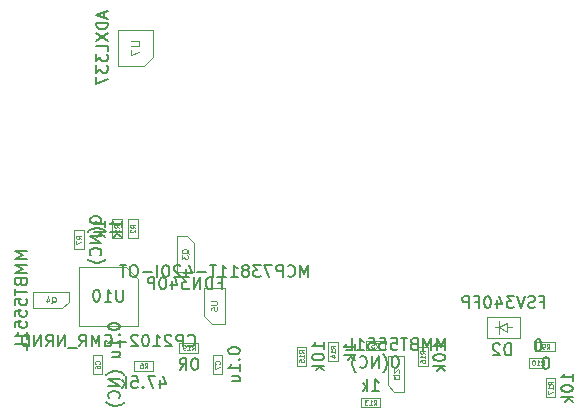
<source format=gbr>
G04 #@! TF.GenerationSoftware,KiCad,Pcbnew,(5.0.1)-3*
G04 #@! TF.CreationDate,2019-11-22T16:36:39-05:00*
G04 #@! TF.ProjectId,SmartWatch,536D61727457617463682E6B69636164,rev?*
G04 #@! TF.SameCoordinates,Original*
G04 #@! TF.FileFunction,Other,Fab,Bot*
%FSLAX46Y46*%
G04 Gerber Fmt 4.6, Leading zero omitted, Abs format (unit mm)*
G04 Created by KiCad (PCBNEW (5.0.1)-3) date 11/22/2019 4:36:39 PM*
%MOMM*%
%LPD*%
G01*
G04 APERTURE LIST*
%ADD10C,0.100000*%
%ADD11C,0.150000*%
%ADD12C,0.060000*%
%ADD13C,0.075000*%
%ADD14C,0.110000*%
G04 APERTURE END LIST*
D10*
G04 #@! TO.C,U10*
X193676400Y-103926000D02*
X189676400Y-103926000D01*
X189676400Y-103926000D02*
X189676400Y-108926000D01*
X189676400Y-108926000D02*
X194676400Y-108926000D01*
X194676400Y-108926000D02*
X194676400Y-104926000D01*
X194676400Y-104926000D02*
X193676400Y-103926000D01*
G04 #@! TO.C,D2*
X225881200Y-109067600D02*
X226381200Y-109067600D01*
X225881200Y-108667600D02*
X225281200Y-109067600D01*
X225881200Y-109467600D02*
X225881200Y-108667600D01*
X225281200Y-109067600D02*
X225881200Y-109467600D01*
X225281200Y-109067600D02*
X225281200Y-108517600D01*
X225281200Y-109067600D02*
X225281200Y-109617600D01*
X224881200Y-109067600D02*
X225281200Y-109067600D01*
X224231200Y-108167600D02*
X224231200Y-109967600D01*
X227031200Y-108167600D02*
X224231200Y-108167600D01*
X227031200Y-109967600D02*
X227031200Y-108167600D01*
X224231200Y-109967600D02*
X227031200Y-109967600D01*
G04 #@! TO.C,R19*
X199783600Y-111194800D02*
X199783600Y-110394800D01*
X199783600Y-110394800D02*
X198183600Y-110394800D01*
X198183600Y-110394800D02*
X198183600Y-111194800D01*
X198183600Y-111194800D02*
X199783600Y-111194800D01*
G04 #@! TO.C,C6*
X191662000Y-113017200D02*
X191662000Y-111417200D01*
X190862000Y-113017200D02*
X191662000Y-113017200D01*
X190862000Y-111417200D02*
X190862000Y-113017200D01*
X191662000Y-111417200D02*
X190862000Y-111417200D01*
G04 #@! TO.C,C7*
X201822000Y-111417200D02*
X201022000Y-111417200D01*
X201022000Y-111417200D02*
X201022000Y-113017200D01*
X201022000Y-113017200D02*
X201822000Y-113017200D01*
X201822000Y-113017200D02*
X201822000Y-111417200D01*
G04 #@! TO.C,Q2*
X215835000Y-113980000D02*
X215835000Y-111530000D01*
X216385000Y-114550000D02*
X217235000Y-114550000D01*
X215835000Y-113980000D02*
X216385000Y-114550000D01*
X217235000Y-114550000D02*
X217235000Y-111510000D01*
X215835000Y-111510000D02*
X217235000Y-111510000D01*
G04 #@! TO.C,Q3*
X199378800Y-104390000D02*
X197978800Y-104390000D01*
X197978800Y-101350000D02*
X197978800Y-104390000D01*
X199378800Y-101920000D02*
X198828800Y-101350000D01*
X198828800Y-101350000D02*
X197978800Y-101350000D01*
X199378800Y-101920000D02*
X199378800Y-104370000D01*
G04 #@! TO.C,Q4*
X188249600Y-107430800D02*
X185799600Y-107430800D01*
X188819600Y-106880800D02*
X188819600Y-106030800D01*
X188249600Y-107430800D02*
X188819600Y-106880800D01*
X188819600Y-106030800D02*
X185779600Y-106030800D01*
X185779600Y-107430800D02*
X185779600Y-106030800D01*
G04 #@! TO.C,U5*
X202068000Y-108788800D02*
X202068000Y-105688800D01*
X202068000Y-105688800D02*
X200268000Y-105688800D01*
X200268000Y-108138800D02*
X200268000Y-105688800D01*
X202068000Y-108788800D02*
X200918000Y-108788800D01*
X200268000Y-108138800D02*
X200918000Y-108788800D01*
G04 #@! TO.C,R1*
X192487600Y-101511100D02*
X193287600Y-101511100D01*
X193287600Y-101511100D02*
X193287600Y-99911100D01*
X193287600Y-99911100D02*
X192487600Y-99911100D01*
X192487600Y-99911100D02*
X192487600Y-101511100D01*
G04 #@! TO.C,R2*
X193859200Y-99911100D02*
X193859200Y-101511100D01*
X194659200Y-99911100D02*
X193859200Y-99911100D01*
X194659200Y-101511100D02*
X194659200Y-99911100D01*
X193859200Y-101511100D02*
X194659200Y-101511100D01*
G04 #@! TO.C,R17*
X230016000Y-113373000D02*
X229216000Y-113373000D01*
X229216000Y-113373000D02*
X229216000Y-114973000D01*
X229216000Y-114973000D02*
X230016000Y-114973000D01*
X230016000Y-114973000D02*
X230016000Y-113373000D01*
G04 #@! TO.C,R16*
X219195600Y-112356800D02*
X219195600Y-110756800D01*
X218395600Y-112356800D02*
X219195600Y-112356800D01*
X218395600Y-110756800D02*
X218395600Y-112356800D01*
X219195600Y-110756800D02*
X218395600Y-110756800D01*
G04 #@! TO.C,R15*
X208934000Y-110706000D02*
X208134000Y-110706000D01*
X208134000Y-110706000D02*
X208134000Y-112306000D01*
X208134000Y-112306000D02*
X208934000Y-112306000D01*
X208934000Y-112306000D02*
X208934000Y-110706000D01*
G04 #@! TO.C,R13*
X215176000Y-115043000D02*
X213576000Y-115043000D01*
X215176000Y-115843000D02*
X215176000Y-115043000D01*
X213576000Y-115843000D02*
X215176000Y-115843000D01*
X213576000Y-115043000D02*
X213576000Y-115843000D01*
G04 #@! TO.C,R10*
X229349200Y-111664800D02*
X227749200Y-111664800D01*
X229349200Y-112464800D02*
X229349200Y-111664800D01*
X227749200Y-112464800D02*
X229349200Y-112464800D01*
X227749200Y-111664800D02*
X227749200Y-112464800D01*
G04 #@! TO.C,R9*
X230009600Y-111093200D02*
X230009600Y-110293200D01*
X230009600Y-110293200D02*
X228409600Y-110293200D01*
X228409600Y-110293200D02*
X228409600Y-111093200D01*
X228409600Y-111093200D02*
X230009600Y-111093200D01*
G04 #@! TO.C,R6*
X195973600Y-112718800D02*
X195973600Y-111918800D01*
X195973600Y-111918800D02*
X194373600Y-111918800D01*
X194373600Y-111918800D02*
X194373600Y-112718800D01*
X194373600Y-112718800D02*
X195973600Y-112718800D01*
G04 #@! TO.C,R5*
X213957000Y-111017000D02*
X215557000Y-111017000D01*
X213957000Y-110217000D02*
X213957000Y-111017000D01*
X215557000Y-110217000D02*
X213957000Y-110217000D01*
X215557000Y-111017000D02*
X215557000Y-110217000D01*
G04 #@! TO.C,R7*
X190087200Y-100850800D02*
X189287200Y-100850800D01*
X189287200Y-100850800D02*
X189287200Y-102450800D01*
X189287200Y-102450800D02*
X190087200Y-102450800D01*
X190087200Y-102450800D02*
X190087200Y-100850800D01*
G04 #@! TO.C,R14*
X211601000Y-110325000D02*
X210801000Y-110325000D01*
X210801000Y-110325000D02*
X210801000Y-111925000D01*
X210801000Y-111925000D02*
X211601000Y-111925000D01*
X211601000Y-111925000D02*
X211601000Y-110325000D01*
G04 #@! TO.C,U7*
X195212400Y-86894800D02*
X195962400Y-86144800D01*
X192962400Y-86894800D02*
X195212400Y-86894800D01*
X192962400Y-83894800D02*
X192962400Y-86894800D01*
X195962400Y-83894800D02*
X192962400Y-83894800D01*
X195962400Y-86144800D02*
X195962400Y-83894800D01*
G04 #@! TD*
G04 #@! TO.C,U10*
D11*
X198890685Y-110583142D02*
X198938304Y-110630761D01*
X199081161Y-110678380D01*
X199176400Y-110678380D01*
X199319257Y-110630761D01*
X199414495Y-110535523D01*
X199462114Y-110440285D01*
X199509733Y-110249809D01*
X199509733Y-110106952D01*
X199462114Y-109916476D01*
X199414495Y-109821238D01*
X199319257Y-109726000D01*
X199176400Y-109678380D01*
X199081161Y-109678380D01*
X198938304Y-109726000D01*
X198890685Y-109773619D01*
X198462114Y-110678380D02*
X198462114Y-109678380D01*
X198081161Y-109678380D01*
X197985923Y-109726000D01*
X197938304Y-109773619D01*
X197890685Y-109868857D01*
X197890685Y-110011714D01*
X197938304Y-110106952D01*
X197985923Y-110154571D01*
X198081161Y-110202190D01*
X198462114Y-110202190D01*
X197509733Y-109773619D02*
X197462114Y-109726000D01*
X197366876Y-109678380D01*
X197128780Y-109678380D01*
X197033542Y-109726000D01*
X196985923Y-109773619D01*
X196938304Y-109868857D01*
X196938304Y-109964095D01*
X196985923Y-110106952D01*
X197557352Y-110678380D01*
X196938304Y-110678380D01*
X195985923Y-110678380D02*
X196557352Y-110678380D01*
X196271638Y-110678380D02*
X196271638Y-109678380D01*
X196366876Y-109821238D01*
X196462114Y-109916476D01*
X196557352Y-109964095D01*
X195366876Y-109678380D02*
X195271638Y-109678380D01*
X195176400Y-109726000D01*
X195128780Y-109773619D01*
X195081161Y-109868857D01*
X195033542Y-110059333D01*
X195033542Y-110297428D01*
X195081161Y-110487904D01*
X195128780Y-110583142D01*
X195176400Y-110630761D01*
X195271638Y-110678380D01*
X195366876Y-110678380D01*
X195462114Y-110630761D01*
X195509733Y-110583142D01*
X195557352Y-110487904D01*
X195604971Y-110297428D01*
X195604971Y-110059333D01*
X195557352Y-109868857D01*
X195509733Y-109773619D01*
X195462114Y-109726000D01*
X195366876Y-109678380D01*
X194652590Y-109773619D02*
X194604971Y-109726000D01*
X194509733Y-109678380D01*
X194271638Y-109678380D01*
X194176400Y-109726000D01*
X194128780Y-109773619D01*
X194081161Y-109868857D01*
X194081161Y-109964095D01*
X194128780Y-110106952D01*
X194700209Y-110678380D01*
X194081161Y-110678380D01*
X193652590Y-110297428D02*
X192890685Y-110297428D01*
X191890685Y-109726000D02*
X191985923Y-109678380D01*
X192128780Y-109678380D01*
X192271638Y-109726000D01*
X192366876Y-109821238D01*
X192414495Y-109916476D01*
X192462114Y-110106952D01*
X192462114Y-110249809D01*
X192414495Y-110440285D01*
X192366876Y-110535523D01*
X192271638Y-110630761D01*
X192128780Y-110678380D01*
X192033542Y-110678380D01*
X191890685Y-110630761D01*
X191843066Y-110583142D01*
X191843066Y-110249809D01*
X192033542Y-110249809D01*
X191414495Y-110678380D02*
X191414495Y-109678380D01*
X191081161Y-110392666D01*
X190747828Y-109678380D01*
X190747828Y-110678380D01*
X189700209Y-110678380D02*
X190033542Y-110202190D01*
X190271638Y-110678380D02*
X190271638Y-109678380D01*
X189890685Y-109678380D01*
X189795447Y-109726000D01*
X189747828Y-109773619D01*
X189700209Y-109868857D01*
X189700209Y-110011714D01*
X189747828Y-110106952D01*
X189795447Y-110154571D01*
X189890685Y-110202190D01*
X190271638Y-110202190D01*
X189509733Y-110773619D02*
X188747828Y-110773619D01*
X188509733Y-110678380D02*
X188509733Y-109678380D01*
X187938304Y-110678380D01*
X187938304Y-109678380D01*
X186890685Y-110678380D02*
X187224019Y-110202190D01*
X187462114Y-110678380D02*
X187462114Y-109678380D01*
X187081161Y-109678380D01*
X186985923Y-109726000D01*
X186938304Y-109773619D01*
X186890685Y-109868857D01*
X186890685Y-110011714D01*
X186938304Y-110106952D01*
X186985923Y-110154571D01*
X187081161Y-110202190D01*
X187462114Y-110202190D01*
X186462114Y-110678380D02*
X186462114Y-109678380D01*
X185890685Y-110678380D01*
X185890685Y-109678380D01*
X185414495Y-110678380D02*
X185414495Y-109678380D01*
X185176400Y-109678380D01*
X185033542Y-109726000D01*
X184938304Y-109821238D01*
X184890685Y-109916476D01*
X184843066Y-110106952D01*
X184843066Y-110249809D01*
X184890685Y-110440285D01*
X184938304Y-110535523D01*
X185033542Y-110630761D01*
X185176400Y-110678380D01*
X185414495Y-110678380D01*
X193414495Y-105878380D02*
X193414495Y-106687904D01*
X193366876Y-106783142D01*
X193319257Y-106830761D01*
X193224019Y-106878380D01*
X193033542Y-106878380D01*
X192938304Y-106830761D01*
X192890685Y-106783142D01*
X192843066Y-106687904D01*
X192843066Y-105878380D01*
X191843066Y-106878380D02*
X192414495Y-106878380D01*
X192128780Y-106878380D02*
X192128780Y-105878380D01*
X192224019Y-106021238D01*
X192319257Y-106116476D01*
X192414495Y-106164095D01*
X191224019Y-105878380D02*
X191128780Y-105878380D01*
X191033542Y-105926000D01*
X190985923Y-105973619D01*
X190938304Y-106068857D01*
X190890685Y-106259333D01*
X190890685Y-106497428D01*
X190938304Y-106687904D01*
X190985923Y-106783142D01*
X191033542Y-106830761D01*
X191128780Y-106878380D01*
X191224019Y-106878380D01*
X191319257Y-106830761D01*
X191366876Y-106783142D01*
X191414495Y-106687904D01*
X191462114Y-106497428D01*
X191462114Y-106259333D01*
X191414495Y-106068857D01*
X191366876Y-105973619D01*
X191319257Y-105926000D01*
X191224019Y-105878380D01*
G04 #@! TO.C,D2*
X228750247Y-106896171D02*
X229083580Y-106896171D01*
X229083580Y-107419980D02*
X229083580Y-106419980D01*
X228607390Y-106419980D01*
X228274057Y-107372361D02*
X228131200Y-107419980D01*
X227893104Y-107419980D01*
X227797866Y-107372361D01*
X227750247Y-107324742D01*
X227702628Y-107229504D01*
X227702628Y-107134266D01*
X227750247Y-107039028D01*
X227797866Y-106991409D01*
X227893104Y-106943790D01*
X228083580Y-106896171D01*
X228178819Y-106848552D01*
X228226438Y-106800933D01*
X228274057Y-106705695D01*
X228274057Y-106610457D01*
X228226438Y-106515219D01*
X228178819Y-106467600D01*
X228083580Y-106419980D01*
X227845485Y-106419980D01*
X227702628Y-106467600D01*
X227416914Y-106419980D02*
X227083580Y-107419980D01*
X226750247Y-106419980D01*
X226512152Y-106419980D02*
X225893104Y-106419980D01*
X226226438Y-106800933D01*
X226083580Y-106800933D01*
X225988342Y-106848552D01*
X225940723Y-106896171D01*
X225893104Y-106991409D01*
X225893104Y-107229504D01*
X225940723Y-107324742D01*
X225988342Y-107372361D01*
X226083580Y-107419980D01*
X226369295Y-107419980D01*
X226464533Y-107372361D01*
X226512152Y-107324742D01*
X225035961Y-106753314D02*
X225035961Y-107419980D01*
X225274057Y-106372361D02*
X225512152Y-107086647D01*
X224893104Y-107086647D01*
X224321676Y-106419980D02*
X224226438Y-106419980D01*
X224131200Y-106467600D01*
X224083580Y-106515219D01*
X224035961Y-106610457D01*
X223988342Y-106800933D01*
X223988342Y-107039028D01*
X224035961Y-107229504D01*
X224083580Y-107324742D01*
X224131200Y-107372361D01*
X224226438Y-107419980D01*
X224321676Y-107419980D01*
X224416914Y-107372361D01*
X224464533Y-107324742D01*
X224512152Y-107229504D01*
X224559771Y-107039028D01*
X224559771Y-106800933D01*
X224512152Y-106610457D01*
X224464533Y-106515219D01*
X224416914Y-106467600D01*
X224321676Y-106419980D01*
X223226438Y-106896171D02*
X223559771Y-106896171D01*
X223559771Y-107419980D02*
X223559771Y-106419980D01*
X223083580Y-106419980D01*
X222702628Y-107419980D02*
X222702628Y-106419980D01*
X222321676Y-106419980D01*
X222226438Y-106467600D01*
X222178819Y-106515219D01*
X222131200Y-106610457D01*
X222131200Y-106753314D01*
X222178819Y-106848552D01*
X222226438Y-106896171D01*
X222321676Y-106943790D01*
X222702628Y-106943790D01*
X226242295Y-111424980D02*
X226242295Y-110424980D01*
X226004200Y-110424980D01*
X225861342Y-110472600D01*
X225766104Y-110567838D01*
X225718485Y-110663076D01*
X225670866Y-110853552D01*
X225670866Y-110996409D01*
X225718485Y-111186885D01*
X225766104Y-111282123D01*
X225861342Y-111377361D01*
X226004200Y-111424980D01*
X226242295Y-111424980D01*
X225289914Y-110520219D02*
X225242295Y-110472600D01*
X225147057Y-110424980D01*
X224908961Y-110424980D01*
X224813723Y-110472600D01*
X224766104Y-110520219D01*
X224718485Y-110615457D01*
X224718485Y-110710695D01*
X224766104Y-110853552D01*
X225337533Y-111424980D01*
X224718485Y-111424980D01*
G04 #@! TO.C,R19*
X199531219Y-111677180D02*
X199435980Y-111677180D01*
X199340742Y-111724800D01*
X199293123Y-111772419D01*
X199245504Y-111867657D01*
X199197885Y-112058133D01*
X199197885Y-112296228D01*
X199245504Y-112486704D01*
X199293123Y-112581942D01*
X199340742Y-112629561D01*
X199435980Y-112677180D01*
X199531219Y-112677180D01*
X199626457Y-112629561D01*
X199674076Y-112581942D01*
X199721695Y-112486704D01*
X199769314Y-112296228D01*
X199769314Y-112058133D01*
X199721695Y-111867657D01*
X199674076Y-111772419D01*
X199626457Y-111724800D01*
X199531219Y-111677180D01*
X198197885Y-112677180D02*
X198531219Y-112200990D01*
X198769314Y-112677180D02*
X198769314Y-111677180D01*
X198388361Y-111677180D01*
X198293123Y-111724800D01*
X198245504Y-111772419D01*
X198197885Y-111867657D01*
X198197885Y-112010514D01*
X198245504Y-112105752D01*
X198293123Y-112153371D01*
X198388361Y-112200990D01*
X198769314Y-112200990D01*
D12*
X199240742Y-110975752D02*
X199374076Y-110785276D01*
X199469314Y-110975752D02*
X199469314Y-110575752D01*
X199316933Y-110575752D01*
X199278838Y-110594800D01*
X199259790Y-110613847D01*
X199240742Y-110651942D01*
X199240742Y-110709085D01*
X199259790Y-110747180D01*
X199278838Y-110766228D01*
X199316933Y-110785276D01*
X199469314Y-110785276D01*
X198859790Y-110975752D02*
X199088361Y-110975752D01*
X198974076Y-110975752D02*
X198974076Y-110575752D01*
X199012171Y-110632895D01*
X199050266Y-110670990D01*
X199088361Y-110690038D01*
X198669314Y-110975752D02*
X198593123Y-110975752D01*
X198555028Y-110956704D01*
X198535980Y-110937657D01*
X198497885Y-110880514D01*
X198478838Y-110804323D01*
X198478838Y-110651942D01*
X198497885Y-110613847D01*
X198516933Y-110594800D01*
X198555028Y-110575752D01*
X198631219Y-110575752D01*
X198669314Y-110594800D01*
X198688361Y-110613847D01*
X198707409Y-110651942D01*
X198707409Y-110747180D01*
X198688361Y-110785276D01*
X198669314Y-110804323D01*
X198631219Y-110823371D01*
X198555028Y-110823371D01*
X198516933Y-110804323D01*
X198497885Y-110785276D01*
X198478838Y-110747180D01*
G04 #@! TO.C,C6*
D11*
X192144380Y-108931485D02*
X192144380Y-109026723D01*
X192192000Y-109121961D01*
X192239619Y-109169580D01*
X192334857Y-109217200D01*
X192525333Y-109264819D01*
X192763428Y-109264819D01*
X192953904Y-109217200D01*
X193049142Y-109169580D01*
X193096761Y-109121961D01*
X193144380Y-109026723D01*
X193144380Y-108931485D01*
X193096761Y-108836247D01*
X193049142Y-108788628D01*
X192953904Y-108741009D01*
X192763428Y-108693390D01*
X192525333Y-108693390D01*
X192334857Y-108741009D01*
X192239619Y-108788628D01*
X192192000Y-108836247D01*
X192144380Y-108931485D01*
X193049142Y-109693390D02*
X193096761Y-109741009D01*
X193144380Y-109693390D01*
X193096761Y-109645771D01*
X193049142Y-109693390D01*
X193144380Y-109693390D01*
X193144380Y-110693390D02*
X193144380Y-110121961D01*
X193144380Y-110407676D02*
X192144380Y-110407676D01*
X192287238Y-110312438D01*
X192382476Y-110217200D01*
X192430095Y-110121961D01*
X192477714Y-111550533D02*
X193144380Y-111550533D01*
X192477714Y-111121961D02*
X193001523Y-111121961D01*
X193096761Y-111169580D01*
X193144380Y-111264819D01*
X193144380Y-111407676D01*
X193096761Y-111502914D01*
X193049142Y-111550533D01*
X193525333Y-113074342D02*
X193477714Y-113026723D01*
X193334857Y-112931485D01*
X193239619Y-112883866D01*
X193096761Y-112836247D01*
X192858666Y-112788628D01*
X192668190Y-112788628D01*
X192430095Y-112836247D01*
X192287238Y-112883866D01*
X192192000Y-112931485D01*
X192049142Y-113026723D01*
X192001523Y-113074342D01*
X193144380Y-113455295D02*
X192144380Y-113455295D01*
X193144380Y-114026723D01*
X192144380Y-114026723D01*
X193049142Y-115074342D02*
X193096761Y-115026723D01*
X193144380Y-114883866D01*
X193144380Y-114788628D01*
X193096761Y-114645771D01*
X193001523Y-114550533D01*
X192906285Y-114502914D01*
X192715809Y-114455295D01*
X192572952Y-114455295D01*
X192382476Y-114502914D01*
X192287238Y-114550533D01*
X192192000Y-114645771D01*
X192144380Y-114788628D01*
X192144380Y-114883866D01*
X192192000Y-115026723D01*
X192239619Y-115074342D01*
X193525333Y-115407676D02*
X193477714Y-115455295D01*
X193334857Y-115550533D01*
X193239619Y-115598152D01*
X193096761Y-115645771D01*
X192858666Y-115693390D01*
X192668190Y-115693390D01*
X192430095Y-115645771D01*
X192287238Y-115598152D01*
X192192000Y-115550533D01*
X192049142Y-115455295D01*
X192001523Y-115407676D01*
D12*
X191404857Y-112150533D02*
X191423904Y-112131485D01*
X191442952Y-112074342D01*
X191442952Y-112036247D01*
X191423904Y-111979104D01*
X191385809Y-111941009D01*
X191347714Y-111921961D01*
X191271523Y-111902914D01*
X191214380Y-111902914D01*
X191138190Y-111921961D01*
X191100095Y-111941009D01*
X191062000Y-111979104D01*
X191042952Y-112036247D01*
X191042952Y-112074342D01*
X191062000Y-112131485D01*
X191081047Y-112150533D01*
X191042952Y-112493390D02*
X191042952Y-112417200D01*
X191062000Y-112379104D01*
X191081047Y-112360057D01*
X191138190Y-112321961D01*
X191214380Y-112302914D01*
X191366761Y-112302914D01*
X191404857Y-112321961D01*
X191423904Y-112341009D01*
X191442952Y-112379104D01*
X191442952Y-112455295D01*
X191423904Y-112493390D01*
X191404857Y-112512438D01*
X191366761Y-112531485D01*
X191271523Y-112531485D01*
X191233428Y-112512438D01*
X191214380Y-112493390D01*
X191195333Y-112455295D01*
X191195333Y-112379104D01*
X191214380Y-112341009D01*
X191233428Y-112321961D01*
X191271523Y-112302914D01*
G04 #@! TO.C,C7*
D11*
X202304380Y-111002914D02*
X202304380Y-111098152D01*
X202352000Y-111193390D01*
X202399619Y-111241009D01*
X202494857Y-111288628D01*
X202685333Y-111336247D01*
X202923428Y-111336247D01*
X203113904Y-111288628D01*
X203209142Y-111241009D01*
X203256761Y-111193390D01*
X203304380Y-111098152D01*
X203304380Y-111002914D01*
X203256761Y-110907676D01*
X203209142Y-110860057D01*
X203113904Y-110812438D01*
X202923428Y-110764819D01*
X202685333Y-110764819D01*
X202494857Y-110812438D01*
X202399619Y-110860057D01*
X202352000Y-110907676D01*
X202304380Y-111002914D01*
X203209142Y-111764819D02*
X203256761Y-111812438D01*
X203304380Y-111764819D01*
X203256761Y-111717200D01*
X203209142Y-111764819D01*
X203304380Y-111764819D01*
X203304380Y-112764819D02*
X203304380Y-112193390D01*
X203304380Y-112479104D02*
X202304380Y-112479104D01*
X202447238Y-112383866D01*
X202542476Y-112288628D01*
X202590095Y-112193390D01*
X202637714Y-113621961D02*
X203304380Y-113621961D01*
X202637714Y-113193390D02*
X203161523Y-113193390D01*
X203256761Y-113241009D01*
X203304380Y-113336247D01*
X203304380Y-113479104D01*
X203256761Y-113574342D01*
X203209142Y-113621961D01*
D12*
X201564857Y-112150533D02*
X201583904Y-112131485D01*
X201602952Y-112074342D01*
X201602952Y-112036247D01*
X201583904Y-111979104D01*
X201545809Y-111941009D01*
X201507714Y-111921961D01*
X201431523Y-111902914D01*
X201374380Y-111902914D01*
X201298190Y-111921961D01*
X201260095Y-111941009D01*
X201222000Y-111979104D01*
X201202952Y-112036247D01*
X201202952Y-112074342D01*
X201222000Y-112131485D01*
X201241047Y-112150533D01*
X201202952Y-112283866D02*
X201202952Y-112550533D01*
X201602952Y-112379104D01*
G04 #@! TO.C,Q2*
D11*
X220630238Y-110982380D02*
X220630238Y-109982380D01*
X220296904Y-110696666D01*
X219963571Y-109982380D01*
X219963571Y-110982380D01*
X219487380Y-110982380D02*
X219487380Y-109982380D01*
X219154047Y-110696666D01*
X218820714Y-109982380D01*
X218820714Y-110982380D01*
X218011190Y-110458571D02*
X217868333Y-110506190D01*
X217820714Y-110553809D01*
X217773095Y-110649047D01*
X217773095Y-110791904D01*
X217820714Y-110887142D01*
X217868333Y-110934761D01*
X217963571Y-110982380D01*
X218344523Y-110982380D01*
X218344523Y-109982380D01*
X218011190Y-109982380D01*
X217915952Y-110030000D01*
X217868333Y-110077619D01*
X217820714Y-110172857D01*
X217820714Y-110268095D01*
X217868333Y-110363333D01*
X217915952Y-110410952D01*
X218011190Y-110458571D01*
X218344523Y-110458571D01*
X217487380Y-109982380D02*
X216915952Y-109982380D01*
X217201666Y-110982380D02*
X217201666Y-109982380D01*
X216106428Y-109982380D02*
X216582619Y-109982380D01*
X216630238Y-110458571D01*
X216582619Y-110410952D01*
X216487380Y-110363333D01*
X216249285Y-110363333D01*
X216154047Y-110410952D01*
X216106428Y-110458571D01*
X216058809Y-110553809D01*
X216058809Y-110791904D01*
X216106428Y-110887142D01*
X216154047Y-110934761D01*
X216249285Y-110982380D01*
X216487380Y-110982380D01*
X216582619Y-110934761D01*
X216630238Y-110887142D01*
X215154047Y-109982380D02*
X215630238Y-109982380D01*
X215677857Y-110458571D01*
X215630238Y-110410952D01*
X215535000Y-110363333D01*
X215296904Y-110363333D01*
X215201666Y-110410952D01*
X215154047Y-110458571D01*
X215106428Y-110553809D01*
X215106428Y-110791904D01*
X215154047Y-110887142D01*
X215201666Y-110934761D01*
X215296904Y-110982380D01*
X215535000Y-110982380D01*
X215630238Y-110934761D01*
X215677857Y-110887142D01*
X214201666Y-109982380D02*
X214677857Y-109982380D01*
X214725476Y-110458571D01*
X214677857Y-110410952D01*
X214582619Y-110363333D01*
X214344523Y-110363333D01*
X214249285Y-110410952D01*
X214201666Y-110458571D01*
X214154047Y-110553809D01*
X214154047Y-110791904D01*
X214201666Y-110887142D01*
X214249285Y-110934761D01*
X214344523Y-110982380D01*
X214582619Y-110982380D01*
X214677857Y-110934761D01*
X214725476Y-110887142D01*
X213201666Y-110982380D02*
X213773095Y-110982380D01*
X213487380Y-110982380D02*
X213487380Y-109982380D01*
X213582619Y-110125238D01*
X213677857Y-110220476D01*
X213773095Y-110268095D01*
X212296904Y-110982380D02*
X212773095Y-110982380D01*
X212773095Y-109982380D01*
D13*
X216261190Y-113077619D02*
X216285000Y-113125238D01*
X216332619Y-113172857D01*
X216404047Y-113244285D01*
X216427857Y-113291904D01*
X216427857Y-113339523D01*
X216308809Y-113315714D02*
X216332619Y-113363333D01*
X216380238Y-113410952D01*
X216475476Y-113434761D01*
X216642142Y-113434761D01*
X216737380Y-113410952D01*
X216785000Y-113363333D01*
X216808809Y-113315714D01*
X216808809Y-113220476D01*
X216785000Y-113172857D01*
X216737380Y-113125238D01*
X216642142Y-113101428D01*
X216475476Y-113101428D01*
X216380238Y-113125238D01*
X216332619Y-113172857D01*
X216308809Y-113220476D01*
X216308809Y-113315714D01*
X216761190Y-112910952D02*
X216785000Y-112887142D01*
X216808809Y-112839523D01*
X216808809Y-112720476D01*
X216785000Y-112672857D01*
X216761190Y-112649047D01*
X216713571Y-112625238D01*
X216665952Y-112625238D01*
X216594523Y-112649047D01*
X216308809Y-112934761D01*
X216308809Y-112625238D01*
G04 #@! TO.C,Q3*
D11*
X201488323Y-105298571D02*
X201821657Y-105298571D01*
X201821657Y-105822380D02*
X201821657Y-104822380D01*
X201345466Y-104822380D01*
X200964514Y-105822380D02*
X200964514Y-104822380D01*
X200726419Y-104822380D01*
X200583561Y-104870000D01*
X200488323Y-104965238D01*
X200440704Y-105060476D01*
X200393085Y-105250952D01*
X200393085Y-105393809D01*
X200440704Y-105584285D01*
X200488323Y-105679523D01*
X200583561Y-105774761D01*
X200726419Y-105822380D01*
X200964514Y-105822380D01*
X199964514Y-105822380D02*
X199964514Y-104822380D01*
X199393085Y-105822380D01*
X199393085Y-104822380D01*
X199012133Y-104822380D02*
X198393085Y-104822380D01*
X198726419Y-105203333D01*
X198583561Y-105203333D01*
X198488323Y-105250952D01*
X198440704Y-105298571D01*
X198393085Y-105393809D01*
X198393085Y-105631904D01*
X198440704Y-105727142D01*
X198488323Y-105774761D01*
X198583561Y-105822380D01*
X198869276Y-105822380D01*
X198964514Y-105774761D01*
X199012133Y-105727142D01*
X197535942Y-105155714D02*
X197535942Y-105822380D01*
X197774038Y-104774761D02*
X198012133Y-105489047D01*
X197393085Y-105489047D01*
X196821657Y-104822380D02*
X196726419Y-104822380D01*
X196631180Y-104870000D01*
X196583561Y-104917619D01*
X196535942Y-105012857D01*
X196488323Y-105203333D01*
X196488323Y-105441428D01*
X196535942Y-105631904D01*
X196583561Y-105727142D01*
X196631180Y-105774761D01*
X196726419Y-105822380D01*
X196821657Y-105822380D01*
X196916895Y-105774761D01*
X196964514Y-105727142D01*
X197012133Y-105631904D01*
X197059752Y-105441428D01*
X197059752Y-105203333D01*
X197012133Y-105012857D01*
X196964514Y-104917619D01*
X196916895Y-104870000D01*
X196821657Y-104822380D01*
X196059752Y-105822380D02*
X196059752Y-104822380D01*
X195678800Y-104822380D01*
X195583561Y-104870000D01*
X195535942Y-104917619D01*
X195488323Y-105012857D01*
X195488323Y-105155714D01*
X195535942Y-105250952D01*
X195583561Y-105298571D01*
X195678800Y-105346190D01*
X196059752Y-105346190D01*
D13*
X198952609Y-102822380D02*
X198928800Y-102774761D01*
X198881180Y-102727142D01*
X198809752Y-102655714D01*
X198785942Y-102608095D01*
X198785942Y-102560476D01*
X198904990Y-102584285D02*
X198881180Y-102536666D01*
X198833561Y-102489047D01*
X198738323Y-102465238D01*
X198571657Y-102465238D01*
X198476419Y-102489047D01*
X198428800Y-102536666D01*
X198404990Y-102584285D01*
X198404990Y-102679523D01*
X198428800Y-102727142D01*
X198476419Y-102774761D01*
X198571657Y-102798571D01*
X198738323Y-102798571D01*
X198833561Y-102774761D01*
X198881180Y-102727142D01*
X198904990Y-102679523D01*
X198904990Y-102584285D01*
X198404990Y-102965238D02*
X198404990Y-103274761D01*
X198595466Y-103108095D01*
X198595466Y-103179523D01*
X198619276Y-103227142D01*
X198643085Y-103250952D01*
X198690704Y-103274761D01*
X198809752Y-103274761D01*
X198857371Y-103250952D01*
X198881180Y-103227142D01*
X198904990Y-103179523D01*
X198904990Y-103036666D01*
X198881180Y-102989047D01*
X198857371Y-102965238D01*
G04 #@! TO.C,Q4*
D11*
X185251980Y-102635561D02*
X184251980Y-102635561D01*
X184966266Y-102968895D01*
X184251980Y-103302228D01*
X185251980Y-103302228D01*
X185251980Y-103778419D02*
X184251980Y-103778419D01*
X184966266Y-104111752D01*
X184251980Y-104445085D01*
X185251980Y-104445085D01*
X184728171Y-105254609D02*
X184775790Y-105397466D01*
X184823409Y-105445085D01*
X184918647Y-105492704D01*
X185061504Y-105492704D01*
X185156742Y-105445085D01*
X185204361Y-105397466D01*
X185251980Y-105302228D01*
X185251980Y-104921276D01*
X184251980Y-104921276D01*
X184251980Y-105254609D01*
X184299600Y-105349847D01*
X184347219Y-105397466D01*
X184442457Y-105445085D01*
X184537695Y-105445085D01*
X184632933Y-105397466D01*
X184680552Y-105349847D01*
X184728171Y-105254609D01*
X184728171Y-104921276D01*
X184251980Y-105778419D02*
X184251980Y-106349847D01*
X185251980Y-106064133D02*
X184251980Y-106064133D01*
X184251980Y-107159371D02*
X184251980Y-106683180D01*
X184728171Y-106635561D01*
X184680552Y-106683180D01*
X184632933Y-106778419D01*
X184632933Y-107016514D01*
X184680552Y-107111752D01*
X184728171Y-107159371D01*
X184823409Y-107206990D01*
X185061504Y-107206990D01*
X185156742Y-107159371D01*
X185204361Y-107111752D01*
X185251980Y-107016514D01*
X185251980Y-106778419D01*
X185204361Y-106683180D01*
X185156742Y-106635561D01*
X184251980Y-108111752D02*
X184251980Y-107635561D01*
X184728171Y-107587942D01*
X184680552Y-107635561D01*
X184632933Y-107730800D01*
X184632933Y-107968895D01*
X184680552Y-108064133D01*
X184728171Y-108111752D01*
X184823409Y-108159371D01*
X185061504Y-108159371D01*
X185156742Y-108111752D01*
X185204361Y-108064133D01*
X185251980Y-107968895D01*
X185251980Y-107730800D01*
X185204361Y-107635561D01*
X185156742Y-107587942D01*
X184251980Y-109064133D02*
X184251980Y-108587942D01*
X184728171Y-108540323D01*
X184680552Y-108587942D01*
X184632933Y-108683180D01*
X184632933Y-108921276D01*
X184680552Y-109016514D01*
X184728171Y-109064133D01*
X184823409Y-109111752D01*
X185061504Y-109111752D01*
X185156742Y-109064133D01*
X185204361Y-109016514D01*
X185251980Y-108921276D01*
X185251980Y-108683180D01*
X185204361Y-108587942D01*
X185156742Y-108540323D01*
X185251980Y-110064133D02*
X185251980Y-109492704D01*
X185251980Y-109778419D02*
X184251980Y-109778419D01*
X184394838Y-109683180D01*
X184490076Y-109587942D01*
X184537695Y-109492704D01*
X185251980Y-110968895D02*
X185251980Y-110492704D01*
X184251980Y-110492704D01*
D13*
X187347219Y-107004609D02*
X187394838Y-106980800D01*
X187442457Y-106933180D01*
X187513885Y-106861752D01*
X187561504Y-106837942D01*
X187609123Y-106837942D01*
X187585314Y-106956990D02*
X187632933Y-106933180D01*
X187680552Y-106885561D01*
X187704361Y-106790323D01*
X187704361Y-106623657D01*
X187680552Y-106528419D01*
X187632933Y-106480800D01*
X187585314Y-106456990D01*
X187490076Y-106456990D01*
X187442457Y-106480800D01*
X187394838Y-106528419D01*
X187371028Y-106623657D01*
X187371028Y-106790323D01*
X187394838Y-106885561D01*
X187442457Y-106933180D01*
X187490076Y-106956990D01*
X187585314Y-106956990D01*
X186942457Y-106623657D02*
X186942457Y-106956990D01*
X187061504Y-106433180D02*
X187180552Y-106790323D01*
X186871028Y-106790323D01*
G04 #@! TO.C,U5*
D11*
X209072761Y-104791180D02*
X209072761Y-103791180D01*
X208739428Y-104505466D01*
X208406095Y-103791180D01*
X208406095Y-104791180D01*
X207358476Y-104695942D02*
X207406095Y-104743561D01*
X207548952Y-104791180D01*
X207644190Y-104791180D01*
X207787047Y-104743561D01*
X207882285Y-104648323D01*
X207929904Y-104553085D01*
X207977523Y-104362609D01*
X207977523Y-104219752D01*
X207929904Y-104029276D01*
X207882285Y-103934038D01*
X207787047Y-103838800D01*
X207644190Y-103791180D01*
X207548952Y-103791180D01*
X207406095Y-103838800D01*
X207358476Y-103886419D01*
X206929904Y-104791180D02*
X206929904Y-103791180D01*
X206548952Y-103791180D01*
X206453714Y-103838800D01*
X206406095Y-103886419D01*
X206358476Y-103981657D01*
X206358476Y-104124514D01*
X206406095Y-104219752D01*
X206453714Y-104267371D01*
X206548952Y-104314990D01*
X206929904Y-104314990D01*
X206025142Y-103791180D02*
X205358476Y-103791180D01*
X205787047Y-104791180D01*
X205072761Y-103791180D02*
X204453714Y-103791180D01*
X204787047Y-104172133D01*
X204644190Y-104172133D01*
X204548952Y-104219752D01*
X204501333Y-104267371D01*
X204453714Y-104362609D01*
X204453714Y-104600704D01*
X204501333Y-104695942D01*
X204548952Y-104743561D01*
X204644190Y-104791180D01*
X204929904Y-104791180D01*
X205025142Y-104743561D01*
X205072761Y-104695942D01*
X203882285Y-104219752D02*
X203977523Y-104172133D01*
X204025142Y-104124514D01*
X204072761Y-104029276D01*
X204072761Y-103981657D01*
X204025142Y-103886419D01*
X203977523Y-103838800D01*
X203882285Y-103791180D01*
X203691809Y-103791180D01*
X203596571Y-103838800D01*
X203548952Y-103886419D01*
X203501333Y-103981657D01*
X203501333Y-104029276D01*
X203548952Y-104124514D01*
X203596571Y-104172133D01*
X203691809Y-104219752D01*
X203882285Y-104219752D01*
X203977523Y-104267371D01*
X204025142Y-104314990D01*
X204072761Y-104410228D01*
X204072761Y-104600704D01*
X204025142Y-104695942D01*
X203977523Y-104743561D01*
X203882285Y-104791180D01*
X203691809Y-104791180D01*
X203596571Y-104743561D01*
X203548952Y-104695942D01*
X203501333Y-104600704D01*
X203501333Y-104410228D01*
X203548952Y-104314990D01*
X203596571Y-104267371D01*
X203691809Y-104219752D01*
X202548952Y-104791180D02*
X203120380Y-104791180D01*
X202834666Y-104791180D02*
X202834666Y-103791180D01*
X202929904Y-103934038D01*
X203025142Y-104029276D01*
X203120380Y-104076895D01*
X201596571Y-104791180D02*
X202168000Y-104791180D01*
X201882285Y-104791180D02*
X201882285Y-103791180D01*
X201977523Y-103934038D01*
X202072761Y-104029276D01*
X202168000Y-104076895D01*
X201310857Y-103791180D02*
X200739428Y-103791180D01*
X201025142Y-104791180D02*
X201025142Y-103791180D01*
X200406095Y-104410228D02*
X199644190Y-104410228D01*
X198739428Y-104124514D02*
X198739428Y-104791180D01*
X198977523Y-103743561D02*
X199215619Y-104457847D01*
X198596571Y-104457847D01*
X198263238Y-103886419D02*
X198215619Y-103838800D01*
X198120380Y-103791180D01*
X197882285Y-103791180D01*
X197787047Y-103838800D01*
X197739428Y-103886419D01*
X197691809Y-103981657D01*
X197691809Y-104076895D01*
X197739428Y-104219752D01*
X198310857Y-104791180D01*
X197691809Y-104791180D01*
X197072761Y-103791180D02*
X196977523Y-103791180D01*
X196882285Y-103838800D01*
X196834666Y-103886419D01*
X196787047Y-103981657D01*
X196739428Y-104172133D01*
X196739428Y-104410228D01*
X196787047Y-104600704D01*
X196834666Y-104695942D01*
X196882285Y-104743561D01*
X196977523Y-104791180D01*
X197072761Y-104791180D01*
X197168000Y-104743561D01*
X197215619Y-104695942D01*
X197263238Y-104600704D01*
X197310857Y-104410228D01*
X197310857Y-104172133D01*
X197263238Y-103981657D01*
X197215619Y-103886419D01*
X197168000Y-103838800D01*
X197072761Y-103791180D01*
X196310857Y-104791180D02*
X196310857Y-103791180D01*
X195834666Y-104410228D02*
X195072761Y-104410228D01*
X194406095Y-103791180D02*
X194215619Y-103791180D01*
X194120380Y-103838800D01*
X194025142Y-103934038D01*
X193977523Y-104124514D01*
X193977523Y-104457847D01*
X194025142Y-104648323D01*
X194120380Y-104743561D01*
X194215619Y-104791180D01*
X194406095Y-104791180D01*
X194501333Y-104743561D01*
X194596571Y-104648323D01*
X194644190Y-104457847D01*
X194644190Y-104124514D01*
X194596571Y-103934038D01*
X194501333Y-103838800D01*
X194406095Y-103791180D01*
X193691809Y-103791180D02*
X193120380Y-103791180D01*
X193406095Y-104791180D02*
X193406095Y-103791180D01*
D13*
X200894190Y-106857847D02*
X201298952Y-106857847D01*
X201346571Y-106881657D01*
X201370380Y-106905466D01*
X201394190Y-106953085D01*
X201394190Y-107048323D01*
X201370380Y-107095942D01*
X201346571Y-107119752D01*
X201298952Y-107143561D01*
X200894190Y-107143561D01*
X200894190Y-107619752D02*
X200894190Y-107381657D01*
X201132285Y-107357847D01*
X201108476Y-107381657D01*
X201084666Y-107429276D01*
X201084666Y-107548323D01*
X201108476Y-107595942D01*
X201132285Y-107619752D01*
X201179904Y-107643561D01*
X201298952Y-107643561D01*
X201346571Y-107619752D01*
X201370380Y-107595942D01*
X201394190Y-107548323D01*
X201394190Y-107429276D01*
X201370380Y-107381657D01*
X201346571Y-107357847D01*
G04 #@! TO.C,R1*
D11*
X191909980Y-100592052D02*
X191909980Y-100020623D01*
X191909980Y-100306338D02*
X190909980Y-100306338D01*
X191052838Y-100211100D01*
X191148076Y-100115861D01*
X191195695Y-100020623D01*
X191909980Y-101020623D02*
X190909980Y-101020623D01*
X191529028Y-101115861D02*
X191909980Y-101401576D01*
X191243314Y-101401576D02*
X191624266Y-101020623D01*
D12*
X193068552Y-100644433D02*
X192878076Y-100511100D01*
X193068552Y-100415861D02*
X192668552Y-100415861D01*
X192668552Y-100568242D01*
X192687600Y-100606338D01*
X192706647Y-100625385D01*
X192744742Y-100644433D01*
X192801885Y-100644433D01*
X192839980Y-100625385D01*
X192859028Y-100606338D01*
X192878076Y-100568242D01*
X192878076Y-100415861D01*
X193068552Y-101025385D02*
X193068552Y-100796814D01*
X193068552Y-100911100D02*
X192668552Y-100911100D01*
X192725695Y-100873004D01*
X192763790Y-100834909D01*
X192782838Y-100796814D01*
G04 #@! TO.C,R2*
D11*
X193281580Y-100592052D02*
X193281580Y-100020623D01*
X193281580Y-100306338D02*
X192281580Y-100306338D01*
X192424438Y-100211100D01*
X192519676Y-100115861D01*
X192567295Y-100020623D01*
X193281580Y-101020623D02*
X192281580Y-101020623D01*
X192900628Y-101115861D02*
X193281580Y-101401576D01*
X192614914Y-101401576D02*
X192995866Y-101020623D01*
D12*
X194440152Y-100644433D02*
X194249676Y-100511100D01*
X194440152Y-100415861D02*
X194040152Y-100415861D01*
X194040152Y-100568242D01*
X194059200Y-100606338D01*
X194078247Y-100625385D01*
X194116342Y-100644433D01*
X194173485Y-100644433D01*
X194211580Y-100625385D01*
X194230628Y-100606338D01*
X194249676Y-100568242D01*
X194249676Y-100415861D01*
X194078247Y-100796814D02*
X194059200Y-100815861D01*
X194040152Y-100853957D01*
X194040152Y-100949195D01*
X194059200Y-100987290D01*
X194078247Y-101006338D01*
X194116342Y-101025385D01*
X194154438Y-101025385D01*
X194211580Y-101006338D01*
X194440152Y-100777766D01*
X194440152Y-101025385D01*
G04 #@! TO.C,R17*
D11*
X231498380Y-113577761D02*
X231498380Y-113006333D01*
X231498380Y-113292047D02*
X230498380Y-113292047D01*
X230641238Y-113196809D01*
X230736476Y-113101571D01*
X230784095Y-113006333D01*
X230498380Y-114196809D02*
X230498380Y-114292047D01*
X230546000Y-114387285D01*
X230593619Y-114434904D01*
X230688857Y-114482523D01*
X230879333Y-114530142D01*
X231117428Y-114530142D01*
X231307904Y-114482523D01*
X231403142Y-114434904D01*
X231450761Y-114387285D01*
X231498380Y-114292047D01*
X231498380Y-114196809D01*
X231450761Y-114101571D01*
X231403142Y-114053952D01*
X231307904Y-114006333D01*
X231117428Y-113958714D01*
X230879333Y-113958714D01*
X230688857Y-114006333D01*
X230593619Y-114053952D01*
X230546000Y-114101571D01*
X230498380Y-114196809D01*
X231498380Y-114958714D02*
X230498380Y-114958714D01*
X231117428Y-115053952D02*
X231498380Y-115339666D01*
X230831714Y-115339666D02*
X231212666Y-114958714D01*
D12*
X229796952Y-113915857D02*
X229606476Y-113782523D01*
X229796952Y-113687285D02*
X229396952Y-113687285D01*
X229396952Y-113839666D01*
X229416000Y-113877761D01*
X229435047Y-113896809D01*
X229473142Y-113915857D01*
X229530285Y-113915857D01*
X229568380Y-113896809D01*
X229587428Y-113877761D01*
X229606476Y-113839666D01*
X229606476Y-113687285D01*
X229796952Y-114296809D02*
X229796952Y-114068238D01*
X229796952Y-114182523D02*
X229396952Y-114182523D01*
X229454095Y-114144428D01*
X229492190Y-114106333D01*
X229511238Y-114068238D01*
X229396952Y-114430142D02*
X229396952Y-114696809D01*
X229796952Y-114525380D01*
G04 #@! TO.C,R16*
D11*
X220677980Y-110961561D02*
X220677980Y-110390133D01*
X220677980Y-110675847D02*
X219677980Y-110675847D01*
X219820838Y-110580609D01*
X219916076Y-110485371D01*
X219963695Y-110390133D01*
X219677980Y-111580609D02*
X219677980Y-111675847D01*
X219725600Y-111771085D01*
X219773219Y-111818704D01*
X219868457Y-111866323D01*
X220058933Y-111913942D01*
X220297028Y-111913942D01*
X220487504Y-111866323D01*
X220582742Y-111818704D01*
X220630361Y-111771085D01*
X220677980Y-111675847D01*
X220677980Y-111580609D01*
X220630361Y-111485371D01*
X220582742Y-111437752D01*
X220487504Y-111390133D01*
X220297028Y-111342514D01*
X220058933Y-111342514D01*
X219868457Y-111390133D01*
X219773219Y-111437752D01*
X219725600Y-111485371D01*
X219677980Y-111580609D01*
X220677980Y-112342514D02*
X219677980Y-112342514D01*
X220297028Y-112437752D02*
X220677980Y-112723466D01*
X220011314Y-112723466D02*
X220392266Y-112342514D01*
D12*
X218976552Y-111299657D02*
X218786076Y-111166323D01*
X218976552Y-111071085D02*
X218576552Y-111071085D01*
X218576552Y-111223466D01*
X218595600Y-111261561D01*
X218614647Y-111280609D01*
X218652742Y-111299657D01*
X218709885Y-111299657D01*
X218747980Y-111280609D01*
X218767028Y-111261561D01*
X218786076Y-111223466D01*
X218786076Y-111071085D01*
X218976552Y-111680609D02*
X218976552Y-111452038D01*
X218976552Y-111566323D02*
X218576552Y-111566323D01*
X218633695Y-111528228D01*
X218671790Y-111490133D01*
X218690838Y-111452038D01*
X218576552Y-112023466D02*
X218576552Y-111947276D01*
X218595600Y-111909180D01*
X218614647Y-111890133D01*
X218671790Y-111852038D01*
X218747980Y-111832990D01*
X218900361Y-111832990D01*
X218938457Y-111852038D01*
X218957504Y-111871085D01*
X218976552Y-111909180D01*
X218976552Y-111985371D01*
X218957504Y-112023466D01*
X218938457Y-112042514D01*
X218900361Y-112061561D01*
X218805123Y-112061561D01*
X218767028Y-112042514D01*
X218747980Y-112023466D01*
X218728933Y-111985371D01*
X218728933Y-111909180D01*
X218747980Y-111871085D01*
X218767028Y-111852038D01*
X218805123Y-111832990D01*
G04 #@! TO.C,R15*
D11*
X210416380Y-110910761D02*
X210416380Y-110339333D01*
X210416380Y-110625047D02*
X209416380Y-110625047D01*
X209559238Y-110529809D01*
X209654476Y-110434571D01*
X209702095Y-110339333D01*
X209416380Y-111529809D02*
X209416380Y-111625047D01*
X209464000Y-111720285D01*
X209511619Y-111767904D01*
X209606857Y-111815523D01*
X209797333Y-111863142D01*
X210035428Y-111863142D01*
X210225904Y-111815523D01*
X210321142Y-111767904D01*
X210368761Y-111720285D01*
X210416380Y-111625047D01*
X210416380Y-111529809D01*
X210368761Y-111434571D01*
X210321142Y-111386952D01*
X210225904Y-111339333D01*
X210035428Y-111291714D01*
X209797333Y-111291714D01*
X209606857Y-111339333D01*
X209511619Y-111386952D01*
X209464000Y-111434571D01*
X209416380Y-111529809D01*
X210416380Y-112291714D02*
X209416380Y-112291714D01*
X210035428Y-112386952D02*
X210416380Y-112672666D01*
X209749714Y-112672666D02*
X210130666Y-112291714D01*
D12*
X208714952Y-111248857D02*
X208524476Y-111115523D01*
X208714952Y-111020285D02*
X208314952Y-111020285D01*
X208314952Y-111172666D01*
X208334000Y-111210761D01*
X208353047Y-111229809D01*
X208391142Y-111248857D01*
X208448285Y-111248857D01*
X208486380Y-111229809D01*
X208505428Y-111210761D01*
X208524476Y-111172666D01*
X208524476Y-111020285D01*
X208714952Y-111629809D02*
X208714952Y-111401238D01*
X208714952Y-111515523D02*
X208314952Y-111515523D01*
X208372095Y-111477428D01*
X208410190Y-111439333D01*
X208429238Y-111401238D01*
X208314952Y-111991714D02*
X208314952Y-111801238D01*
X208505428Y-111782190D01*
X208486380Y-111801238D01*
X208467333Y-111839333D01*
X208467333Y-111934571D01*
X208486380Y-111972666D01*
X208505428Y-111991714D01*
X208543523Y-112010761D01*
X208638761Y-112010761D01*
X208676857Y-111991714D01*
X208695904Y-111972666D01*
X208714952Y-111934571D01*
X208714952Y-111839333D01*
X208695904Y-111801238D01*
X208676857Y-111782190D01*
G04 #@! TO.C,R13*
D11*
X214495047Y-114465380D02*
X215066476Y-114465380D01*
X214780761Y-114465380D02*
X214780761Y-113465380D01*
X214876000Y-113608238D01*
X214971238Y-113703476D01*
X215066476Y-113751095D01*
X214066476Y-114465380D02*
X214066476Y-113465380D01*
X213971238Y-114084428D02*
X213685523Y-114465380D01*
X213685523Y-113798714D02*
X214066476Y-114179666D01*
D12*
X214633142Y-115623952D02*
X214766476Y-115433476D01*
X214861714Y-115623952D02*
X214861714Y-115223952D01*
X214709333Y-115223952D01*
X214671238Y-115243000D01*
X214652190Y-115262047D01*
X214633142Y-115300142D01*
X214633142Y-115357285D01*
X214652190Y-115395380D01*
X214671238Y-115414428D01*
X214709333Y-115433476D01*
X214861714Y-115433476D01*
X214252190Y-115623952D02*
X214480761Y-115623952D01*
X214366476Y-115623952D02*
X214366476Y-115223952D01*
X214404571Y-115281095D01*
X214442666Y-115319190D01*
X214480761Y-115338238D01*
X214118857Y-115223952D02*
X213871238Y-115223952D01*
X214004571Y-115376333D01*
X213947428Y-115376333D01*
X213909333Y-115395380D01*
X213890285Y-115414428D01*
X213871238Y-115452523D01*
X213871238Y-115547761D01*
X213890285Y-115585857D01*
X213909333Y-115604904D01*
X213947428Y-115623952D01*
X214061714Y-115623952D01*
X214099809Y-115604904D01*
X214118857Y-115585857D01*
G04 #@! TO.C,R10*
D11*
X228596819Y-110087180D02*
X228501580Y-110087180D01*
X228406342Y-110134800D01*
X228358723Y-110182419D01*
X228311104Y-110277657D01*
X228263485Y-110468133D01*
X228263485Y-110706228D01*
X228311104Y-110896704D01*
X228358723Y-110991942D01*
X228406342Y-111039561D01*
X228501580Y-111087180D01*
X228596819Y-111087180D01*
X228692057Y-111039561D01*
X228739676Y-110991942D01*
X228787295Y-110896704D01*
X228834914Y-110706228D01*
X228834914Y-110468133D01*
X228787295Y-110277657D01*
X228739676Y-110182419D01*
X228692057Y-110134800D01*
X228596819Y-110087180D01*
D12*
X228806342Y-112245752D02*
X228939676Y-112055276D01*
X229034914Y-112245752D02*
X229034914Y-111845752D01*
X228882533Y-111845752D01*
X228844438Y-111864800D01*
X228825390Y-111883847D01*
X228806342Y-111921942D01*
X228806342Y-111979085D01*
X228825390Y-112017180D01*
X228844438Y-112036228D01*
X228882533Y-112055276D01*
X229034914Y-112055276D01*
X228425390Y-112245752D02*
X228653961Y-112245752D01*
X228539676Y-112245752D02*
X228539676Y-111845752D01*
X228577771Y-111902895D01*
X228615866Y-111940990D01*
X228653961Y-111960038D01*
X228177771Y-111845752D02*
X228139676Y-111845752D01*
X228101580Y-111864800D01*
X228082533Y-111883847D01*
X228063485Y-111921942D01*
X228044438Y-111998133D01*
X228044438Y-112093371D01*
X228063485Y-112169561D01*
X228082533Y-112207657D01*
X228101580Y-112226704D01*
X228139676Y-112245752D01*
X228177771Y-112245752D01*
X228215866Y-112226704D01*
X228234914Y-112207657D01*
X228253961Y-112169561D01*
X228273009Y-112093371D01*
X228273009Y-111998133D01*
X228253961Y-111921942D01*
X228234914Y-111883847D01*
X228215866Y-111864800D01*
X228177771Y-111845752D01*
G04 #@! TO.C,R9*
D11*
X229257219Y-111575580D02*
X229161980Y-111575580D01*
X229066742Y-111623200D01*
X229019123Y-111670819D01*
X228971504Y-111766057D01*
X228923885Y-111956533D01*
X228923885Y-112194628D01*
X228971504Y-112385104D01*
X229019123Y-112480342D01*
X229066742Y-112527961D01*
X229161980Y-112575580D01*
X229257219Y-112575580D01*
X229352457Y-112527961D01*
X229400076Y-112480342D01*
X229447695Y-112385104D01*
X229495314Y-112194628D01*
X229495314Y-111956533D01*
X229447695Y-111766057D01*
X229400076Y-111670819D01*
X229352457Y-111623200D01*
X229257219Y-111575580D01*
D12*
X229276266Y-110874152D02*
X229409600Y-110683676D01*
X229504838Y-110874152D02*
X229504838Y-110474152D01*
X229352457Y-110474152D01*
X229314361Y-110493200D01*
X229295314Y-110512247D01*
X229276266Y-110550342D01*
X229276266Y-110607485D01*
X229295314Y-110645580D01*
X229314361Y-110664628D01*
X229352457Y-110683676D01*
X229504838Y-110683676D01*
X229085790Y-110874152D02*
X229009600Y-110874152D01*
X228971504Y-110855104D01*
X228952457Y-110836057D01*
X228914361Y-110778914D01*
X228895314Y-110702723D01*
X228895314Y-110550342D01*
X228914361Y-110512247D01*
X228933409Y-110493200D01*
X228971504Y-110474152D01*
X229047695Y-110474152D01*
X229085790Y-110493200D01*
X229104838Y-110512247D01*
X229123885Y-110550342D01*
X229123885Y-110645580D01*
X229104838Y-110683676D01*
X229085790Y-110702723D01*
X229047695Y-110721771D01*
X228971504Y-110721771D01*
X228933409Y-110702723D01*
X228914361Y-110683676D01*
X228895314Y-110645580D01*
G04 #@! TO.C,R6*
D11*
X196578361Y-113534514D02*
X196578361Y-114201180D01*
X196816457Y-113153561D02*
X197054552Y-113867847D01*
X196435504Y-113867847D01*
X196149790Y-113201180D02*
X195483123Y-113201180D01*
X195911695Y-114201180D01*
X195102171Y-114105942D02*
X195054552Y-114153561D01*
X195102171Y-114201180D01*
X195149790Y-114153561D01*
X195102171Y-114105942D01*
X195102171Y-114201180D01*
X194149790Y-113201180D02*
X194625980Y-113201180D01*
X194673600Y-113677371D01*
X194625980Y-113629752D01*
X194530742Y-113582133D01*
X194292647Y-113582133D01*
X194197409Y-113629752D01*
X194149790Y-113677371D01*
X194102171Y-113772609D01*
X194102171Y-114010704D01*
X194149790Y-114105942D01*
X194197409Y-114153561D01*
X194292647Y-114201180D01*
X194530742Y-114201180D01*
X194625980Y-114153561D01*
X194673600Y-114105942D01*
X193673600Y-114201180D02*
X193673600Y-113201180D01*
X193578361Y-113820228D02*
X193292647Y-114201180D01*
X193292647Y-113534514D02*
X193673600Y-113915466D01*
D12*
X195240266Y-112499752D02*
X195373600Y-112309276D01*
X195468838Y-112499752D02*
X195468838Y-112099752D01*
X195316457Y-112099752D01*
X195278361Y-112118800D01*
X195259314Y-112137847D01*
X195240266Y-112175942D01*
X195240266Y-112233085D01*
X195259314Y-112271180D01*
X195278361Y-112290228D01*
X195316457Y-112309276D01*
X195468838Y-112309276D01*
X194897409Y-112099752D02*
X194973600Y-112099752D01*
X195011695Y-112118800D01*
X195030742Y-112137847D01*
X195068838Y-112194990D01*
X195087885Y-112271180D01*
X195087885Y-112423561D01*
X195068838Y-112461657D01*
X195049790Y-112480704D01*
X195011695Y-112499752D01*
X194935504Y-112499752D01*
X194897409Y-112480704D01*
X194878361Y-112461657D01*
X194859314Y-112423561D01*
X194859314Y-112328323D01*
X194878361Y-112290228D01*
X194897409Y-112271180D01*
X194935504Y-112252133D01*
X195011695Y-112252133D01*
X195049790Y-112271180D01*
X195068838Y-112290228D01*
X195087885Y-112328323D01*
G04 #@! TO.C,R5*
D11*
X216495095Y-111499380D02*
X216399857Y-111499380D01*
X216304619Y-111547000D01*
X216257000Y-111594619D01*
X216209380Y-111689857D01*
X216161761Y-111880333D01*
X216161761Y-112118428D01*
X216209380Y-112308904D01*
X216257000Y-112404142D01*
X216304619Y-112451761D01*
X216399857Y-112499380D01*
X216495095Y-112499380D01*
X216590333Y-112451761D01*
X216637952Y-112404142D01*
X216685571Y-112308904D01*
X216733190Y-112118428D01*
X216733190Y-111880333D01*
X216685571Y-111689857D01*
X216637952Y-111594619D01*
X216590333Y-111547000D01*
X216495095Y-111499380D01*
X215447476Y-112880333D02*
X215495095Y-112832714D01*
X215590333Y-112689857D01*
X215637952Y-112594619D01*
X215685571Y-112451761D01*
X215733190Y-112213666D01*
X215733190Y-112023190D01*
X215685571Y-111785095D01*
X215637952Y-111642238D01*
X215590333Y-111547000D01*
X215495095Y-111404142D01*
X215447476Y-111356523D01*
X215066523Y-112499380D02*
X215066523Y-111499380D01*
X214495095Y-112499380D01*
X214495095Y-111499380D01*
X213447476Y-112404142D02*
X213495095Y-112451761D01*
X213637952Y-112499380D01*
X213733190Y-112499380D01*
X213876047Y-112451761D01*
X213971285Y-112356523D01*
X214018904Y-112261285D01*
X214066523Y-112070809D01*
X214066523Y-111927952D01*
X214018904Y-111737476D01*
X213971285Y-111642238D01*
X213876047Y-111547000D01*
X213733190Y-111499380D01*
X213637952Y-111499380D01*
X213495095Y-111547000D01*
X213447476Y-111594619D01*
X213114142Y-112880333D02*
X213066523Y-112832714D01*
X212971285Y-112689857D01*
X212923666Y-112594619D01*
X212876047Y-112451761D01*
X212828428Y-112213666D01*
X212828428Y-112023190D01*
X212876047Y-111785095D01*
X212923666Y-111642238D01*
X212971285Y-111547000D01*
X213066523Y-111404142D01*
X213114142Y-111356523D01*
D12*
X214823666Y-110797952D02*
X214957000Y-110607476D01*
X215052238Y-110797952D02*
X215052238Y-110397952D01*
X214899857Y-110397952D01*
X214861761Y-110417000D01*
X214842714Y-110436047D01*
X214823666Y-110474142D01*
X214823666Y-110531285D01*
X214842714Y-110569380D01*
X214861761Y-110588428D01*
X214899857Y-110607476D01*
X215052238Y-110607476D01*
X214461761Y-110397952D02*
X214652238Y-110397952D01*
X214671285Y-110588428D01*
X214652238Y-110569380D01*
X214614142Y-110550333D01*
X214518904Y-110550333D01*
X214480809Y-110569380D01*
X214461761Y-110588428D01*
X214442714Y-110626523D01*
X214442714Y-110721761D01*
X214461761Y-110759857D01*
X214480809Y-110778904D01*
X214518904Y-110797952D01*
X214614142Y-110797952D01*
X214652238Y-110778904D01*
X214671285Y-110759857D01*
G04 #@! TO.C,R7*
D11*
X190569580Y-99912704D02*
X190569580Y-100007942D01*
X190617200Y-100103180D01*
X190664819Y-100150800D01*
X190760057Y-100198419D01*
X190950533Y-100246038D01*
X191188628Y-100246038D01*
X191379104Y-100198419D01*
X191474342Y-100150800D01*
X191521961Y-100103180D01*
X191569580Y-100007942D01*
X191569580Y-99912704D01*
X191521961Y-99817466D01*
X191474342Y-99769847D01*
X191379104Y-99722228D01*
X191188628Y-99674609D01*
X190950533Y-99674609D01*
X190760057Y-99722228D01*
X190664819Y-99769847D01*
X190617200Y-99817466D01*
X190569580Y-99912704D01*
X191950533Y-100960323D02*
X191902914Y-100912704D01*
X191760057Y-100817466D01*
X191664819Y-100769847D01*
X191521961Y-100722228D01*
X191283866Y-100674609D01*
X191093390Y-100674609D01*
X190855295Y-100722228D01*
X190712438Y-100769847D01*
X190617200Y-100817466D01*
X190474342Y-100912704D01*
X190426723Y-100960323D01*
X191569580Y-101341276D02*
X190569580Y-101341276D01*
X191569580Y-101912704D01*
X190569580Y-101912704D01*
X191474342Y-102960323D02*
X191521961Y-102912704D01*
X191569580Y-102769847D01*
X191569580Y-102674609D01*
X191521961Y-102531752D01*
X191426723Y-102436514D01*
X191331485Y-102388895D01*
X191141009Y-102341276D01*
X190998152Y-102341276D01*
X190807676Y-102388895D01*
X190712438Y-102436514D01*
X190617200Y-102531752D01*
X190569580Y-102674609D01*
X190569580Y-102769847D01*
X190617200Y-102912704D01*
X190664819Y-102960323D01*
X191950533Y-103293657D02*
X191902914Y-103341276D01*
X191760057Y-103436514D01*
X191664819Y-103484133D01*
X191521961Y-103531752D01*
X191283866Y-103579371D01*
X191093390Y-103579371D01*
X190855295Y-103531752D01*
X190712438Y-103484133D01*
X190617200Y-103436514D01*
X190474342Y-103341276D01*
X190426723Y-103293657D01*
D12*
X189868152Y-101584133D02*
X189677676Y-101450800D01*
X189868152Y-101355561D02*
X189468152Y-101355561D01*
X189468152Y-101507942D01*
X189487200Y-101546038D01*
X189506247Y-101565085D01*
X189544342Y-101584133D01*
X189601485Y-101584133D01*
X189639580Y-101565085D01*
X189658628Y-101546038D01*
X189677676Y-101507942D01*
X189677676Y-101355561D01*
X189468152Y-101717466D02*
X189468152Y-101984133D01*
X189868152Y-101812704D01*
G04 #@! TO.C,R14*
D11*
X213083380Y-111005952D02*
X213083380Y-110434523D01*
X213083380Y-110720238D02*
X212083380Y-110720238D01*
X212226238Y-110625000D01*
X212321476Y-110529761D01*
X212369095Y-110434523D01*
X213083380Y-111434523D02*
X212083380Y-111434523D01*
X212702428Y-111529761D02*
X213083380Y-111815476D01*
X212416714Y-111815476D02*
X212797666Y-111434523D01*
D12*
X211381952Y-110867857D02*
X211191476Y-110734523D01*
X211381952Y-110639285D02*
X210981952Y-110639285D01*
X210981952Y-110791666D01*
X211001000Y-110829761D01*
X211020047Y-110848809D01*
X211058142Y-110867857D01*
X211115285Y-110867857D01*
X211153380Y-110848809D01*
X211172428Y-110829761D01*
X211191476Y-110791666D01*
X211191476Y-110639285D01*
X211381952Y-111248809D02*
X211381952Y-111020238D01*
X211381952Y-111134523D02*
X210981952Y-111134523D01*
X211039095Y-111096428D01*
X211077190Y-111058333D01*
X211096238Y-111020238D01*
X211115285Y-111591666D02*
X211381952Y-111591666D01*
X210962904Y-111496428D02*
X211248619Y-111401190D01*
X211248619Y-111648809D01*
G04 #@! TO.C,U7*
D11*
X191829066Y-82347180D02*
X191829066Y-82823371D01*
X192114780Y-82251942D02*
X191114780Y-82585276D01*
X192114780Y-82918609D01*
X192114780Y-83251942D02*
X191114780Y-83251942D01*
X191114780Y-83490038D01*
X191162400Y-83632895D01*
X191257638Y-83728133D01*
X191352876Y-83775752D01*
X191543352Y-83823371D01*
X191686209Y-83823371D01*
X191876685Y-83775752D01*
X191971923Y-83728133D01*
X192067161Y-83632895D01*
X192114780Y-83490038D01*
X192114780Y-83251942D01*
X191114780Y-84156704D02*
X192114780Y-84823371D01*
X191114780Y-84823371D02*
X192114780Y-84156704D01*
X192114780Y-85680514D02*
X192114780Y-85204323D01*
X191114780Y-85204323D01*
X191114780Y-85918609D02*
X191114780Y-86537657D01*
X191495733Y-86204323D01*
X191495733Y-86347180D01*
X191543352Y-86442419D01*
X191590971Y-86490038D01*
X191686209Y-86537657D01*
X191924304Y-86537657D01*
X192019542Y-86490038D01*
X192067161Y-86442419D01*
X192114780Y-86347180D01*
X192114780Y-86061466D01*
X192067161Y-85966228D01*
X192019542Y-85918609D01*
X191114780Y-86870990D02*
X191114780Y-87490038D01*
X191495733Y-87156704D01*
X191495733Y-87299561D01*
X191543352Y-87394800D01*
X191590971Y-87442419D01*
X191686209Y-87490038D01*
X191924304Y-87490038D01*
X192019542Y-87442419D01*
X192067161Y-87394800D01*
X192114780Y-87299561D01*
X192114780Y-87013847D01*
X192067161Y-86918609D01*
X192019542Y-86870990D01*
X191114780Y-87823371D02*
X191114780Y-88490038D01*
X192114780Y-88061466D01*
D14*
X194051685Y-84823371D02*
X194658828Y-84823371D01*
X194730257Y-84859085D01*
X194765971Y-84894800D01*
X194801685Y-84966228D01*
X194801685Y-85109085D01*
X194765971Y-85180514D01*
X194730257Y-85216228D01*
X194658828Y-85251942D01*
X194051685Y-85251942D01*
X194051685Y-85537657D02*
X194051685Y-86037657D01*
X194801685Y-85716228D01*
G04 #@! TD*
M02*

</source>
